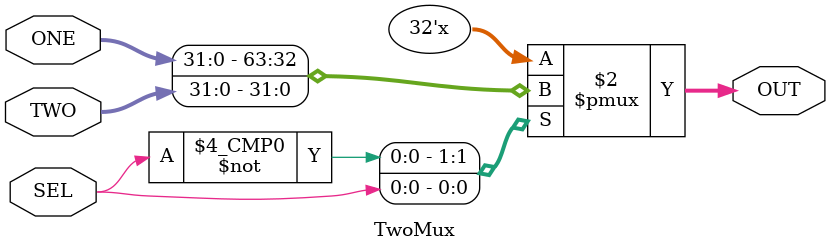
<source format=sv>
`timescale 1ns / 1ps

module TwoMux(
    input logic SEL,
    input logic [31:0] ONE,
    input logic [31:0] TWO,
    output logic [31:0] OUT
    );
    
    //Create a generic two-to-one MUX to be used for the ALU.
    always_comb begin
        case(SEL)
            1'b0: begin OUT = ONE; end
            1'b1: begin OUT = TWO; end
        endcase
    end
    
endmodule

</source>
